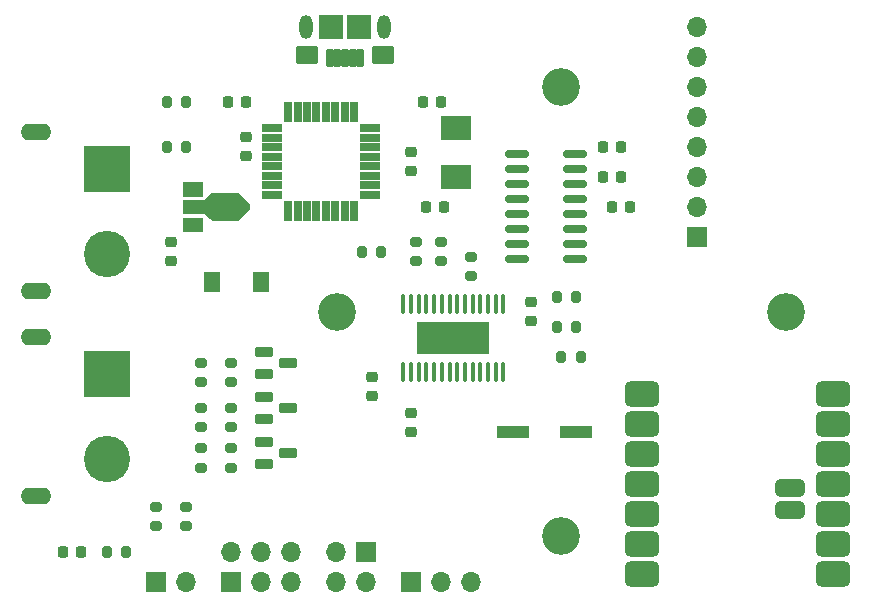
<source format=gbr>
%TF.GenerationSoftware,KiCad,Pcbnew,8.0.4*%
%TF.CreationDate,2024-11-29T22:55:19-05:00*%
%TF.ProjectId,foc_pcb,666f635f-7063-4622-9e6b-696361645f70,2.0*%
%TF.SameCoordinates,Original*%
%TF.FileFunction,Soldermask,Top*%
%TF.FilePolarity,Negative*%
%FSLAX46Y46*%
G04 Gerber Fmt 4.6, Leading zero omitted, Abs format (unit mm)*
G04 Created by KiCad (PCBNEW 8.0.4) date 2024-11-29 22:55:19*
%MOMM*%
%LPD*%
G01*
G04 APERTURE LIST*
G04 Aperture macros list*
%AMRoundRect*
0 Rectangle with rounded corners*
0 $1 Rounding radius*
0 $2 $3 $4 $5 $6 $7 $8 $9 X,Y pos of 4 corners*
0 Add a 4 corners polygon primitive as box body*
4,1,4,$2,$3,$4,$5,$6,$7,$8,$9,$2,$3,0*
0 Add four circle primitives for the rounded corners*
1,1,$1+$1,$2,$3*
1,1,$1+$1,$4,$5*
1,1,$1+$1,$6,$7*
1,1,$1+$1,$8,$9*
0 Add four rect primitives between the rounded corners*
20,1,$1+$1,$2,$3,$4,$5,0*
20,1,$1+$1,$4,$5,$6,$7,0*
20,1,$1+$1,$6,$7,$8,$9,0*
20,1,$1+$1,$8,$9,$2,$3,0*%
G04 Aperture macros list end*
%ADD10C,0.010000*%
%ADD11RoundRect,0.200000X0.275000X-0.200000X0.275000X0.200000X-0.275000X0.200000X-0.275000X-0.200000X0*%
%ADD12RoundRect,0.225000X-0.250000X0.225000X-0.250000X-0.225000X0.250000X-0.225000X0.250000X0.225000X0*%
%ADD13R,2.692400X1.092200*%
%ADD14RoundRect,0.200000X-0.275000X0.200000X-0.275000X-0.200000X0.275000X-0.200000X0.275000X0.200000X0*%
%ADD15RoundRect,0.102000X-0.660400X-0.279400X0.660400X-0.279400X0.660400X0.279400X-0.660400X0.279400X0*%
%ADD16R,1.700000X1.700000*%
%ADD17O,1.700000X1.700000*%
%ADD18R,1.350000X1.800000*%
%ADD19RoundRect,0.200000X-0.200000X-0.275000X0.200000X-0.275000X0.200000X0.275000X-0.200000X0.275000X0*%
%ADD20RoundRect,0.225000X0.225000X0.250000X-0.225000X0.250000X-0.225000X-0.250000X0.225000X-0.250000X0*%
%ADD21RoundRect,0.102000X0.200000X0.675000X-0.200000X0.675000X-0.200000X-0.675000X0.200000X-0.675000X0*%
%ADD22RoundRect,0.102000X0.800000X0.700000X-0.800000X0.700000X-0.800000X-0.700000X0.800000X-0.700000X0*%
%ADD23RoundRect,0.102000X0.950000X0.950000X-0.950000X0.950000X-0.950000X-0.950000X0.950000X-0.950000X0*%
%ADD24O,1.104000X2.004000*%
%ADD25RoundRect,0.102000X1.858000X-1.858000X1.858000X1.858000X-1.858000X1.858000X-1.858000X-1.858000X0*%
%ADD26C,3.920000*%
%ADD27O,2.604000X1.404000*%
%ADD28O,0.343000X1.731500*%
%ADD29R,6.200000X2.750000*%
%ADD30RoundRect,0.225000X-0.225000X-0.250000X0.225000X-0.250000X0.225000X0.250000X-0.225000X0.250000X0*%
%ADD31RoundRect,0.218750X-0.218750X-0.256250X0.218750X-0.256250X0.218750X0.256250X-0.218750X0.256250X0*%
%ADD32C,3.200000*%
%ADD33RoundRect,0.550800X0.925800X0.550800X-0.925800X0.550800X-0.925800X-0.550800X0.925800X-0.550800X0*%
%ADD34RoundRect,0.368300X-0.876300X0.368300X-0.876300X-0.368300X0.876300X-0.368300X0.876300X0.368300X0*%
%ADD35RoundRect,0.200000X0.200000X0.275000X-0.200000X0.275000X-0.200000X-0.275000X0.200000X-0.275000X0*%
%ADD36RoundRect,0.102000X-1.200000X0.950000X-1.200000X-0.950000X1.200000X-0.950000X1.200000X0.950000X0*%
%ADD37RoundRect,0.225000X0.250000X-0.225000X0.250000X0.225000X-0.250000X0.225000X-0.250000X-0.225000X0*%
%ADD38RoundRect,0.094250X0.742750X0.282750X-0.742750X0.282750X-0.742750X-0.282750X0.742750X-0.282750X0*%
%ADD39RoundRect,0.094250X0.282750X0.742750X-0.282750X0.742750X-0.282750X-0.742750X0.282750X-0.742750X0*%
%ADD40RoundRect,0.150000X-0.825000X-0.150000X0.825000X-0.150000X0.825000X0.150000X-0.825000X0.150000X0*%
G04 APERTURE END LIST*
D10*
%TO.C,VR1*%
X217260000Y-113370000D02*
X215620000Y-113370000D01*
X215620000Y-112230000D01*
X217260000Y-112230000D01*
X217260000Y-113370000D01*
G36*
X217260000Y-113370000D02*
G01*
X215620000Y-113370000D01*
X215620000Y-112230000D01*
X217260000Y-112230000D01*
X217260000Y-113370000D01*
G37*
X217260000Y-116370000D02*
X215620000Y-116370000D01*
X215620000Y-115230000D01*
X217260000Y-115230000D01*
X217260000Y-116370000D01*
G36*
X217260000Y-116370000D02*
G01*
X215620000Y-116370000D01*
X215620000Y-115230000D01*
X217260000Y-115230000D01*
X217260000Y-116370000D01*
G37*
X221260000Y-114065000D02*
X221260000Y-114535000D01*
X220325000Y-115470000D01*
X218055000Y-115470000D01*
X217455000Y-114870000D01*
X215620000Y-114870000D01*
X215620000Y-113730000D01*
X217455000Y-113730000D01*
X218055000Y-113130000D01*
X220325000Y-113130000D01*
X221260000Y-114065000D01*
G36*
X221260000Y-114065000D02*
G01*
X221260000Y-114535000D01*
X220325000Y-115470000D01*
X218055000Y-115470000D01*
X217455000Y-114870000D01*
X215620000Y-114870000D01*
X215620000Y-113730000D01*
X217455000Y-113730000D01*
X218055000Y-113130000D01*
X220325000Y-113130000D01*
X221260000Y-114065000D01*
G37*
%TD*%
D11*
%TO.C,R19*%
X213390000Y-141350000D03*
X213390000Y-139700000D03*
%TD*%
D12*
%TO.C,C4*%
X214630000Y-117335000D03*
X214630000Y-118885000D03*
%TD*%
D13*
%TO.C,C11*%
X243611400Y-133350000D03*
X248920000Y-133350000D03*
%TD*%
D14*
%TO.C,R7*%
X237490000Y-117285000D03*
X237490000Y-118935000D03*
%TD*%
D15*
%TO.C,U3*%
X222504000Y-134225200D03*
X222504000Y-136104800D03*
X224536000Y-135165000D03*
%TD*%
D11*
%TO.C,R17*%
X217170000Y-133005000D03*
X217170000Y-131355000D03*
%TD*%
D16*
%TO.C,J4*%
X231140000Y-143510000D03*
D17*
X231140000Y-146050000D03*
X228600000Y-143510000D03*
X228600000Y-146050000D03*
%TD*%
D11*
%TO.C,R6*%
X235395000Y-118935000D03*
X235395000Y-117285000D03*
%TD*%
D18*
%TO.C,SW1*%
X218100000Y-120650000D03*
X222250000Y-120650000D03*
%TD*%
D19*
%TO.C,R13*%
X214250000Y-105410000D03*
X215900000Y-105410000D03*
%TD*%
%TO.C,R2*%
X247270000Y-124460000D03*
X248920000Y-124460000D03*
%TD*%
D15*
%TO.C,U4*%
X222504000Y-130415200D03*
X222504000Y-132294800D03*
X224536000Y-131355000D03*
%TD*%
D20*
%TO.C,C9*%
X253505000Y-114300000D03*
X251955000Y-114300000D03*
%TD*%
D21*
%TO.C,J12*%
X230660000Y-101735000D03*
X230010000Y-101735000D03*
X229360000Y-101735000D03*
X228710000Y-101735000D03*
X228060000Y-101735000D03*
D22*
X232560000Y-101510000D03*
X226160000Y-101510000D03*
D23*
X228160000Y-99060000D03*
X230560000Y-99060000D03*
D24*
X232660000Y-99060000D03*
X226060000Y-99060000D03*
%TD*%
D25*
%TO.C,J5*%
X209200000Y-128480000D03*
D26*
X209200000Y-135680000D03*
D27*
X203200000Y-125330000D03*
X203200000Y-138830000D03*
%TD*%
D16*
%TO.C,J1*%
X259140000Y-116870000D03*
D17*
X259140000Y-114330000D03*
X259140000Y-111790000D03*
X259140000Y-109250000D03*
X259140000Y-106710000D03*
X259140000Y-104170000D03*
X259140000Y-101630000D03*
X259140000Y-99090000D03*
%TD*%
D12*
%TO.C,C2*%
X231635000Y-128765000D03*
X231635000Y-130315000D03*
%TD*%
D16*
%TO.C,J3*%
X234950000Y-146050000D03*
D17*
X237490000Y-146050000D03*
X240030000Y-146050000D03*
%TD*%
D28*
%TO.C,U1*%
X234300000Y-128270000D03*
X234950000Y-128270000D03*
X235600000Y-128270000D03*
X236250000Y-128270000D03*
X236900000Y-128270000D03*
X237550000Y-128270000D03*
X238200000Y-128270000D03*
X238850000Y-128270000D03*
X239500000Y-128270000D03*
X240150000Y-128270000D03*
X240800000Y-128270000D03*
X241450000Y-128270000D03*
X242100000Y-128270000D03*
X242750000Y-128270000D03*
X242750000Y-122538000D03*
X242100000Y-122538000D03*
X241450000Y-122538000D03*
X240800000Y-122538000D03*
X240150000Y-122538000D03*
X239500000Y-122538000D03*
X238850000Y-122538000D03*
X238200000Y-122538000D03*
X237550000Y-122538000D03*
X236900000Y-122538000D03*
X236250000Y-122538000D03*
X235600000Y-122538000D03*
X234950000Y-122538000D03*
X234300000Y-122538000D03*
D29*
X238525000Y-125404000D03*
%TD*%
D11*
%TO.C,R15*%
X217170000Y-136435000D03*
X217170000Y-134785000D03*
%TD*%
D30*
%TO.C,C10*%
X251180000Y-111760000D03*
X252730000Y-111760000D03*
%TD*%
D14*
%TO.C,R12*%
X240030000Y-118555000D03*
X240030000Y-120205000D03*
%TD*%
D19*
%TO.C,R5*%
X230760000Y-118110000D03*
X232410000Y-118110000D03*
%TD*%
D31*
%TO.C,D5*%
X205435000Y-143510000D03*
X207010000Y-143510000D03*
%TD*%
D32*
%TO.C,H2*%
X247650000Y-104190000D03*
%TD*%
D30*
%TO.C,C7*%
X219430000Y-105410000D03*
X220980000Y-105410000D03*
%TD*%
D33*
%TO.C,U6*%
X270671000Y-145432750D03*
X270671000Y-142892750D03*
X270671000Y-140352750D03*
X270671000Y-137812750D03*
X270671000Y-135272750D03*
X270671000Y-132732750D03*
X270671000Y-130192750D03*
X254506000Y-130192750D03*
X254506000Y-132732750D03*
X254506000Y-135272750D03*
X254506000Y-137812750D03*
X254506000Y-140352750D03*
X254506000Y-142892750D03*
X254506000Y-145432750D03*
D34*
X267061000Y-138107750D03*
X267061000Y-140012750D03*
%TD*%
D11*
%TO.C,R18*%
X219710000Y-133005000D03*
X219710000Y-131355000D03*
%TD*%
D32*
%TO.C,H4*%
X266650000Y-123190000D03*
%TD*%
D20*
%TO.C,C12*%
X252730000Y-109220000D03*
X251180000Y-109220000D03*
%TD*%
D30*
%TO.C,C16*%
X236220000Y-114300000D03*
X237770000Y-114300000D03*
%TD*%
D35*
%TO.C,R10*%
X210820000Y-143510000D03*
X209170000Y-143510000D03*
%TD*%
D36*
%TO.C,Y1*%
X238760000Y-107660000D03*
X238760000Y-111760000D03*
%TD*%
D37*
%TO.C,C8*%
X234950000Y-111265000D03*
X234950000Y-109715000D03*
%TD*%
D38*
%TO.C,U2*%
X231500000Y-113290000D03*
X231500000Y-112490000D03*
X231500000Y-111690000D03*
X231500000Y-110890000D03*
X231500000Y-110090000D03*
X231500000Y-109290000D03*
X231500000Y-108490000D03*
X231500000Y-107690000D03*
D39*
X230130000Y-106320000D03*
X229330000Y-106320000D03*
X228530000Y-106320000D03*
X227730000Y-106320000D03*
X226930000Y-106320000D03*
X226130000Y-106320000D03*
X225330000Y-106320000D03*
X224530000Y-106320000D03*
D38*
X223160000Y-107690000D03*
X223160000Y-108490000D03*
X223160000Y-109290000D03*
X223160000Y-110090000D03*
X223160000Y-110890000D03*
X223160000Y-111690000D03*
X223160000Y-112490000D03*
X223160000Y-113290000D03*
D39*
X224530000Y-114660000D03*
X225330000Y-114660000D03*
X226130000Y-114660000D03*
X226930000Y-114660000D03*
X227730000Y-114660000D03*
X228530000Y-114660000D03*
X229330000Y-114660000D03*
X230130000Y-114660000D03*
%TD*%
D19*
%TO.C,R1*%
X247650000Y-127000000D03*
X249300000Y-127000000D03*
%TD*%
D16*
%TO.C,J2*%
X213360000Y-146050000D03*
D17*
X215900000Y-146050000D03*
%TD*%
D19*
%TO.C,R3*%
X247270000Y-121920000D03*
X248920000Y-121920000D03*
%TD*%
D15*
%TO.C,U7*%
X222504000Y-126605200D03*
X222504000Y-128484800D03*
X224536000Y-127545000D03*
%TD*%
D20*
%TO.C,C17*%
X237490000Y-105410000D03*
X235940000Y-105410000D03*
%TD*%
D11*
%TO.C,R16*%
X219710000Y-136435000D03*
X219710000Y-134785000D03*
%TD*%
D25*
%TO.C,J6*%
X209200000Y-111100000D03*
D26*
X209200000Y-118300000D03*
D27*
X203200000Y-107950000D03*
X203200000Y-121450000D03*
%TD*%
D32*
%TO.C,H3*%
X247650000Y-142190000D03*
%TD*%
%TO.C,H1*%
X228650000Y-123190000D03*
%TD*%
D40*
%TO.C,U5*%
X243905000Y-109855000D03*
X243905000Y-111125000D03*
X243905000Y-112395000D03*
X243905000Y-113665000D03*
X243905000Y-114935000D03*
X243905000Y-116205000D03*
X243905000Y-117475000D03*
X243905000Y-118745000D03*
X248855000Y-118745000D03*
X248855000Y-117475000D03*
X248855000Y-116205000D03*
X248855000Y-114935000D03*
X248855000Y-113665000D03*
X248855000Y-112395000D03*
X248855000Y-111125000D03*
X248855000Y-109855000D03*
%TD*%
D12*
%TO.C,C3*%
X234950000Y-131800000D03*
X234950000Y-133350000D03*
%TD*%
D11*
%TO.C,R20*%
X215900000Y-141350000D03*
X215900000Y-139700000D03*
%TD*%
%TO.C,R8*%
X219710000Y-129195000D03*
X219710000Y-127545000D03*
%TD*%
%TO.C,R4*%
X217170000Y-129195000D03*
X217170000Y-127545000D03*
%TD*%
D37*
%TO.C,C6*%
X220980000Y-109995000D03*
X220980000Y-108445000D03*
%TD*%
D16*
%TO.C,J10*%
X219710000Y-146050000D03*
D17*
X219710000Y-143510000D03*
X222250000Y-146050000D03*
X222250000Y-143510000D03*
X224790000Y-146050000D03*
X224790000Y-143510000D03*
%TD*%
D37*
%TO.C,C1*%
X245110000Y-123965000D03*
X245110000Y-122415000D03*
%TD*%
D19*
%TO.C,R14*%
X214250000Y-109220000D03*
X215900000Y-109220000D03*
%TD*%
M02*

</source>
